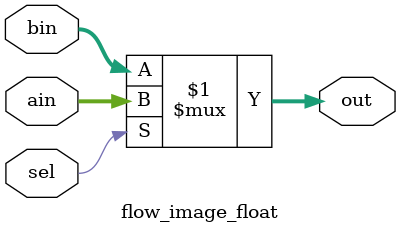
<source format=v>
module flow_image_float (
    input [31:0] ain
    ,input [31:0] bin
    ,input sel
    ,output [31:0] out
);
assign out = sel ? ain : bin ;
endmodule

</source>
